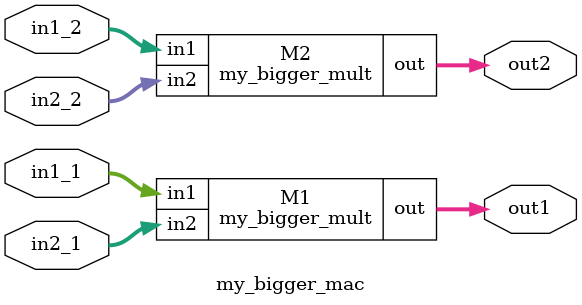
<source format=v>
`include "/usr/synthesis/dw/sim_ver/DW02_mult.v"
`include "/usr/synthesis/dw/sim_ver/DW01_add.v"
module MMT(
// input signals
    clk,
    rst_n,
    in_valid,
	in_valid2,
    matrix,
	matrix_size,
    matrix_idx,
    mode,
	
// output signals
    out_valid,
    out_value
);
//---------------------------------------------------------------------
//   INPUT AND OUTPUT DECLARATION
//---------------------------------------------------------------------
input        clk, rst_n, in_valid, in_valid2;
input [7:0]  matrix;
input [1:0]  matrix_size,mode;
input [4:0]  matrix_idx;

output reg       	     out_valid;
output reg signed [49:0] out_value;
//---------------------------------------------------------------------
//   PARAMETER
//---------------------------------------------------------------------
parameter S_IDLE = 4'b0000;
parameter S_INPUT = 4'b0001;
parameter S_INPUT2 = 4'b0011;
parameter S_LOAD_B = 4'b0010;
parameter S_LOAD_A = 4'b0110;
parameter S_NOTHING = 4'b0111;
parameter S_LOAD_C = 4'b0101;
parameter S_OUT = 4'b0100;
parameter S_NOTHING2 = 4'b1100;
parameter S_NOTHING3 = 4'b1101;
parameter S_NOTHING4 = 4'b1111;
parameter S_NOTHING5 = 4'b1110;
integer i;
integer k;

//---------------------------------------------------------------------
//   WIRE AND REG DECLARATION
//---------------------------------------------------------------------
reg [3:0] current_state;
reg [3:0] next_state;

reg [1:0] size;
reg [3:0] next_size;

reg [7:0] row_temp_reg[17:0];

reg [12:0] count;
reg [2:0] count_x;
reg [2:0] count_y;
reg [4:0] count_matrix;

wire [31:0] mem_out;
reg [31:0] mem_in;
reg [10:0] mem_addr;
reg mem_cen;
reg mem_wen;

reg [4:0] save_matrix_id[2:0];
reg [2:0] save_who_transpose;
reg [2:0] who_transpose;

reg [2:0] load_x;
reg [2:0] load_y;
reg [6:0] load_count;

reg [31:0] matrix_reg[7:0][7:0];
reg [31:0] next_save_matrix;
reg change_state_trigger;

reg [31:0] load_small_matrix;
reg signed [19:0] A_B [15:0][15:0];

//---------------------------------------------------------------------
//   DESIGN
//---------------------------------------------------------------------

//---------------------------------------------------------------------
//   SRAM
//---------------------------------------------------------------------
MY_MEM_2048 M1(.CLK(clk), .OEN(1'b0), .CEN(mem_cen), .WEN(mem_wen), .A(mem_addr), .D(mem_in), .Q(mem_out));

//---------------------------------------------------------------------
//   INPUT
//---------------------------------------------------------------------
// matrix isze
always@(posedge clk or negedge rst_n) begin
	if(!rst_n) begin
		count <= 'd0;
	end
	else begin
		case(current_state)
		S_IDLE: count <= 'd0;
		S_INPUT:count <= count + 1;
		default: count <= 0;
		endcase
	end
end

always@(*) begin
	case(size)
	'd0: count_x = 'd0;
	'd1: count_x = {2'd0, count[1]};
	'd2: count_x = {1'd0, count[2:1]};
	'd3: count_x = count[3:1];
	default: count_x = 'd0;
	endcase
end

always@(*) begin
	case(size)
	'd0: count_y = 'd0;
	'd1: count_y = {2'd0, count[3]};
	'd2: count_y = {1'd0, count[5:4]};
	'd3: count_y = count[7:5];
	default: count_y = 0;
	endcase
end

always@(*) begin
	case(size)
	'd0: count_matrix = count[6:2];
	'd1: count_matrix = count[8:4];
	'd2: count_matrix = count[10:6];
	'd3: count_matrix = count[12:8];
	default: count_matrix = 0;
	endcase
end

always@(posedge clk or negedge rst_n) begin
	if(!rst_n) begin
		size <= 0;
	end
	else begin
		if(current_state == S_IDLE && in_valid)
			size <= matrix_size;
		else
			size <= size;
	end
end

// row temp reg
always@(posedge clk) begin
	for(i = 0; i < 17; i = i+1)
		row_temp_reg[i + 1] <= row_temp_reg[i];
	row_temp_reg[0] <= matrix;
end

//---------------------------------------------------------------------
//   INPUT2
//---------------------------------------------------------------------
// input matrix index and transpose mode
always@(posedge clk or negedge rst_n) begin
	if(!rst_n) begin
		save_matrix_id[0] <= 0;
		save_matrix_id[1] <= 0;
		save_matrix_id[2] <= 0;
	end
	else begin
		if(in_valid2) begin
			save_matrix_id[0] <= matrix_idx;
			save_matrix_id[1] <= save_matrix_id[0];
			save_matrix_id[2] <= save_matrix_id[1];
		end
		else begin
			save_matrix_id[0] <= save_matrix_id[0];
			save_matrix_id[1] <= save_matrix_id[1];
			save_matrix_id[2] <= save_matrix_id[2];
		end
	end
end

always@(*) begin
	case(mode)
	'd0: who_transpose = 'd0;
	'd1: who_transpose = 3'b100;
	'd2: who_transpose = 3'b010;
	'd3: who_transpose = 3'b001;
	endcase
end

always@(posedge clk or negedge rst_n) begin
	if(!rst_n) begin
		save_who_transpose <= 0;
	end
	else begin
		if(current_state == S_IDLE && in_valid2) begin
			save_who_transpose <= who_transpose;
		end
		else begin
			save_who_transpose <= save_who_transpose;
		end
	end
end

//---------------------------------------------------------------------
//   LOAD MATRIX
//---------------------------------------------------------------------

always@(posedge clk or negedge rst_n) begin
	if(!rst_n) begin
		load_count <= 0;
	end
	else begin
		if(current_state == S_LOAD_A || current_state == S_LOAD_C || current_state == S_NOTHING || current_state == S_NOTHING3 || current_state == S_NOTHING4)
			load_count <= load_count + 1;
		else if(change_state_trigger)
		begin
			load_count <= 0;
		end
		else if(current_state == S_LOAD_B)begin
			load_count <= load_count + 1;
		end
		else
			load_count <= 0;
	end
end

always@(*) begin
	case(size)
	'd0: load_x = 0;
	'd1: load_x = load_count[0];
	'd2: load_x = load_count[1:0];
	'd3: load_x = load_count[2:0];
	default: load_x = 0;
	endcase
end

always@(*) begin
	case(size)
	'd0: load_y = 0;
	'd1: load_y = load_count[1];
	'd2: load_y = load_count[3:2];
	'd3: load_y = load_count[5:3];
	default: load_y = 0;
	endcase
end

always@(*) begin
	case(size)
	'd0: change_state_trigger = load_count[0];
	'd1: change_state_trigger = load_count[2];
	'd2: change_state_trigger = load_count[4];
	'd3: change_state_trigger = load_count[6];
	default: change_state_trigger = 0;
	endcase
end

reg [2:0] delay_load_x[2:0];
reg [2:0] delay_load_y[2:0];

always@(posedge clk or negedge rst_n) begin
	if(!rst_n) begin
		delay_load_x[0] <= 0;
		delay_load_x[1] <= 0;
		delay_load_x[2] <= 0;
		delay_load_y[0] <= 0;
		delay_load_y[1] <= 0;
		delay_load_y[2] <= 0;
	end
	else begin
	delay_load_x[2] <= delay_load_x[1];
	delay_load_y[2] <= delay_load_y[1];
	delay_load_x[1] <= delay_load_x[0];
	delay_load_y[1] <= delay_load_y[0];
	delay_load_x[0] <= load_x;
	delay_load_y[0] <= load_y;
	end
end

always@(*) begin
	case(current_state)
	S_LOAD_B: if(save_who_transpose[1])
				next_save_matrix = mem_out;
			  else
				next_save_matrix = {mem_out[31:24],mem_out[15:8],mem_out[23:16],mem_out[7:0]};
	S_LOAD_A: if(save_who_transpose[2])
				next_save_matrix = {mem_out[31:24],mem_out[15:8],mem_out[23:16],mem_out[7:0]};
			  else
				next_save_matrix = mem_out;
	S_LOAD_C: if(save_who_transpose[0])
				next_save_matrix = {mem_out[31:24],mem_out[15:8],mem_out[23:16],mem_out[7:0]};
			  else
				next_save_matrix = mem_out;
	default: next_save_matrix = 0;
	endcase
end

always@(posedge clk or negedge rst_n) begin
	if(!rst_n) begin
		for(i = 0; i < 8;i = i+1)
			for(k = 0; k < 8;k = k+1)
				matrix_reg[i][k] <= 0;
	end
	else begin
		case(current_state)
		S_LOAD_B: begin
		matrix_reg[delay_load_x[0]][delay_load_y[0]] <= next_save_matrix;
		end
		default: begin 
			for(i = 0; i < 8;i = i+1)
				for(k = 0; k < 8;k = k+1)
					matrix_reg[i][k] <= matrix_reg[i][k];
		end
		endcase
	end
end

always@(posedge clk or negedge rst_n) begin
	if(!rst_n) begin
		load_small_matrix <= 0;
	end
	else begin
		load_small_matrix <= next_save_matrix;
	end
end

//---------------------------------------------------------------------
//   MULTIPLIER
//---------------------------------------------------------------------

wire signed [16:0] sum_row1[15:0];
wire signed [16:0] sum_row2[15:0];
genvar j;
generate
for (j = 0; j < 8; j=j+1) begin
	my_mac m1(load_small_matrix[31:24],load_small_matrix[23:16], matrix_reg[delay_load_y[1]][j][31:24], matrix_reg[delay_load_y[1]][j][23:16], sum_row1[2*j]);
	my_mac m2(load_small_matrix[31:24],load_small_matrix[23:16], matrix_reg[delay_load_y[1]][j][15:8], matrix_reg[delay_load_y[1]][j][7:0], sum_row1[2*j+1]);
	my_mac m3(load_small_matrix[15:8],load_small_matrix[7:0], matrix_reg[delay_load_y[1]][j][31:24], matrix_reg[delay_load_y[1]][j][23:16], sum_row2[2*j]);
	my_mac m4(load_small_matrix[15:8],load_small_matrix[7:0], matrix_reg[delay_load_y[1]][j][15:8], matrix_reg[delay_load_y[1]][j][7:0], sum_row2[2*j+1]);
end
endgenerate

reg signed [16:0] sum_row1_buf[15:0];
reg signed [16:0] sum_row2_buf[15:0];
always@(posedge clk) begin
	for(i = 0; i < 16; i = i +1) begin
		sum_row1_buf[i] <= sum_row1[i];
		sum_row2_buf[i] <= sum_row2[i];
	end
end


always@(posedge clk or negedge rst_n) begin
	if(!rst_n) begin
		for(i = 0; i < 16; i=i+1)
			for(k = 0; k < 16; k = k+1)
				A_B[i][k] <= 0;
	end
	else begin
		case(current_state)
		S_LOAD_A, S_NOTHING, S_NOTHING2: begin
			if(load_count > 2)
			for(i = 0; i < 16;i=i+1) begin
				A_B[delay_load_x[2]*2][i] <= A_B[delay_load_x[2]*2][i] + sum_row1_buf[i];
				A_B[delay_load_x[2]*2+1][i] <= A_B[delay_load_x[2]*2+1][i] + sum_row2_buf[i];
			end
			else begin
				for(i = 0; i < 16; i=i+1)
					for(k = 0; k < 16; k = k+1)
						A_B[i][k] <= 0;
			end
		end
		S_LOAD_C: for(i = 0; i < 16; i=i+1)
					for(k = 0; k < 16; k = k+1)
						A_B[i][k] <= A_B[i][k];
		default: for(i = 0; i < 16; i=i+1)
					for(k = 0; k < 16; k = k+1)
						A_B[i][k] <= 0;
		endcase
	end
end

//---------------------------------------------------------------------
//   *C
//---------------------------------------------------------------------
wire signed [27:0] out_trace1_1;
wire signed [27:0] out_trace1_2;
wire signed [27:0] out_trace2_1;
wire signed [27:0] out_trace2_2;
wire signed [29:0] sum_trace;

my_bigger_mac BM1(A_B[delay_load_y[1]*2][delay_load_x[1]*2],A_B[delay_load_y[1]*2][delay_load_x[1]*2+1],load_small_matrix[31:24],load_small_matrix[15:8], out_trace1_1, out_trace1_2);
my_bigger_mac BM2(A_B[delay_load_y[1]*2+1][delay_load_x[1]*2],A_B[delay_load_y[1]*2+1][delay_load_x[1]*2+1],load_small_matrix[23:16],load_small_matrix[7:0], out_trace2_1, out_trace2_2);
reg signed [27:0] out_trace1_1_buf;
reg signed [27:0] out_trace1_2_buf;
reg signed [27:0] out_trace2_1_buf;
reg signed [27:0] out_trace2_2_buf;
always@(posedge clk) begin
	out_trace1_1_buf <= out_trace1_1;
	out_trace1_2_buf <= out_trace1_2;
	out_trace2_1_buf <= out_trace2_1;
	out_trace2_2_buf <= out_trace2_2;
end

wire w1, w2;
wire signed [28:0] add_out_1;
wire signed [28:0] add_out_2;
reg signed [28:0] add_out_1_buf;
reg signed [28:0] add_out_2_buf;
DW01_add #(29) A1(.A({out_trace1_1_buf[27],out_trace1_1_buf}),.B({out_trace1_2_buf[27],out_trace1_2_buf}),.CI(1'd0),.SUM(add_out_1), .CO(w1));
// synopsys dc_script_begin
// set_implementation pparch A1
// synopsys dc_script_end

DW01_add #(29) A2(.A({out_trace2_1_buf[27],out_trace2_1_buf}),.B({out_trace2_2_buf[27],out_trace2_2_buf}),.CI(1'd0),.SUM(add_out_2), .CO(w2));
// synopsys dc_script_begin
// set_implementation pparch A2
// synopsys dc_script_end

always@(posedge clk) begin
	add_out_1_buf <= add_out_1;
	add_out_2_buf <= add_out_2;
end

assign sum_trace = add_out_1_buf + add_out_2_buf;


reg signed [35:0] all_trace;
wire signed [35:0] next_all_trace;
assign next_all_trace = sum_trace + all_trace;
always@(posedge clk or negedge rst_n) begin
	if(!rst_n) begin
		all_trace <= 0;
	end
	else begin
		case(current_state)
		S_LOAD_C, S_NOTHING3, S_NOTHING4, S_NOTHING5: begin
			if(load_count > 3)
				all_trace <= next_all_trace;
			else begin
				all_trace <= 0;
			end
		end
		default: all_trace <= 0;
		endcase
	end
end


//---------------------------------------------------------------------
//   SRAM INPUT CONTROLL
//---------------------------------------------------------------------
// mem_cen
always@(*) begin
	case(current_state)
	S_IDLE: mem_cen = 'd1;
	S_INPUT: mem_cen = 'd0;
	S_LOAD_B: mem_cen = 'd0;
	S_LOAD_A: mem_cen = 'd0;
	S_LOAD_C: mem_cen = 'd0;
	default: mem_cen = 'd1;
	endcase
end

// mem_wen
always@(*) begin
	case(current_state)
	S_IDLE: mem_wen = 1;
	S_INPUT: mem_wen = 0;
	S_LOAD_B: mem_wen = 1;
	S_LOAD_A: mem_wen = 1;
	S_LOAD_C: mem_wen = 1;
	default: mem_wen = 1;
	endcase
end

// mem_addr
always@(*) begin
	case(current_state)
	S_INPUT: mem_addr = {count_matrix, count_y, count_x};
	S_LOAD_B:   if(save_who_transpose[1])
					mem_addr = {save_matrix_id[1], load_y, load_x};
				else
					mem_addr = {save_matrix_id[1], load_x, load_y};
	S_LOAD_A:   if(!save_who_transpose[2])
					mem_addr = {save_matrix_id[2], load_x, load_y};
				else
					mem_addr = {save_matrix_id[2], load_y, load_x};
	S_LOAD_C:   if(!save_who_transpose[0])
					mem_addr = {save_matrix_id[0], load_x, load_y};
				else
					mem_addr = {save_matrix_id[0], load_y, load_x};
	default: mem_addr = 0;
	endcase
end

// mem_in
reg [4:0] bias;
always@(*) begin
	case(size)
	'd0: bias = 2;
	'd1: bias = 4;
	'd2: bias = 8;
	'd3: bias = 16;
	default: bias = 0;
	endcase
end

always@(*) begin
	case(current_state)
	S_INPUT: mem_in = {row_temp_reg[bias + 1], row_temp_reg[bias],row_temp_reg[1],row_temp_reg[0]};
	default: mem_in = 0;
	endcase
end


//---------------------------------------------------------------------
//   OUT
//---------------------------------------------------------------------
always@(posedge clk or negedge rst_n) begin
	if(!rst_n) begin
		out_value <= 0;
	end
	else begin
		if(current_state == S_OUT)
		out_value <= all_trace;
		else
		out_value <= 0;
	end
end

always@(posedge clk or negedge rst_n) begin
	if(!rst_n) begin
		out_valid <= 0;
	end
	else begin
		if(current_state == S_OUT)
			out_valid <= 1;
		else
			out_valid <= 0;
	end
end


//---------------------------------------------------------------------
//   FSM
//---------------------------------------------------------------------
always@(posedge clk or negedge rst_n) begin
	if(!rst_n)
		current_state <= S_IDLE;
	else
		current_state <= next_state;
end

always@(*) begin
	case(current_state)
	S_IDLE: if(in_valid)
				next_state = S_INPUT;
			else if(in_valid2)
				next_state = S_INPUT2;
			else
				next_state = S_IDLE;
	S_INPUT: 
			if(in_valid)
				next_state = S_INPUT;
			else
				next_state = S_IDLE;
	S_INPUT2: 
			if(in_valid2)
				next_state = S_INPUT2;
			else
				next_state = S_LOAD_B;	
	S_LOAD_B: 
			if(change_state_trigger)
				next_state = S_LOAD_A;
			else
				next_state = S_LOAD_B;
	S_LOAD_A: 
			if(change_state_trigger)
				next_state = S_NOTHING;
			else
				next_state = S_LOAD_A;
	S_NOTHING: next_state = S_NOTHING2;
	S_NOTHING2: next_state = S_LOAD_C;
	S_LOAD_C: if(change_state_trigger)
				next_state = S_NOTHING3;
			else
				next_state = S_LOAD_C;
	S_NOTHING3: next_state = S_NOTHING4;
	S_NOTHING4: next_state = S_NOTHING5;
	S_NOTHING5: next_state = S_OUT;
	default: next_state = S_IDLE;
	endcase
end

endmodule


module my_mult(
	input signed [7:0] in1,
	input signed [7:0] in2,
	output signed [15:0] out
	);
DW02_mult #(8, 8) D1(.A(in1),.B(in2),.TC(1'd1),.PRODUCT(out));
// synopsys dc_script_begin
// set_implementation pparch D1
// synopsys dc_script_end
//assign out = in1 * in2;
endmodule

module my_bigger_mult(
	input signed [19:0] in1,
	input signed [7:0] in2,
	output signed [27:0] out
	);
DW02_mult #(20, 8) D1(.A(in1),.B(in2),.TC(1'd1),.PRODUCT(out));
// synopsys dc_script_begin
// set_implementation pparch D1
// synopsys dc_script_end
//assign out = in1 * in2;
endmodule

module my_mac(
	input signed [7:0] in1_1,
	input signed [7:0] in1_2,
	input signed [7:0] in2_1,
	input signed [7:0] in2_2,
	output signed [16:0] out
	);
wire signed [15:0] w1, w2;
wire w3;
my_mult M1(in1_1, in2_1, w1);
my_mult M2(in1_2, in2_2, w2);
DW01_add #(17) A1(.A({w1[15],w1}),.B({w2[15],w2}),.CI(1'd0),.SUM(out), .CO(w3));
// synopsys dc_script_begin
// set_implementation pparch A1
// synopsys dc_script_end
//assign out = w1 + w2;
endmodule

module my_bigger_mac(
	input signed [19:0] in1_1,
	input signed [19:0] in1_2,
	input signed [7:0] in2_1,
	input signed [7:0] in2_2,
	output signed [27:0] out1,
	output signed [27:0] out2
	);
my_bigger_mult M1(in1_1, in2_1, out1);
my_bigger_mult M2(in1_2, in2_2, out2);
endmodule
</source>
